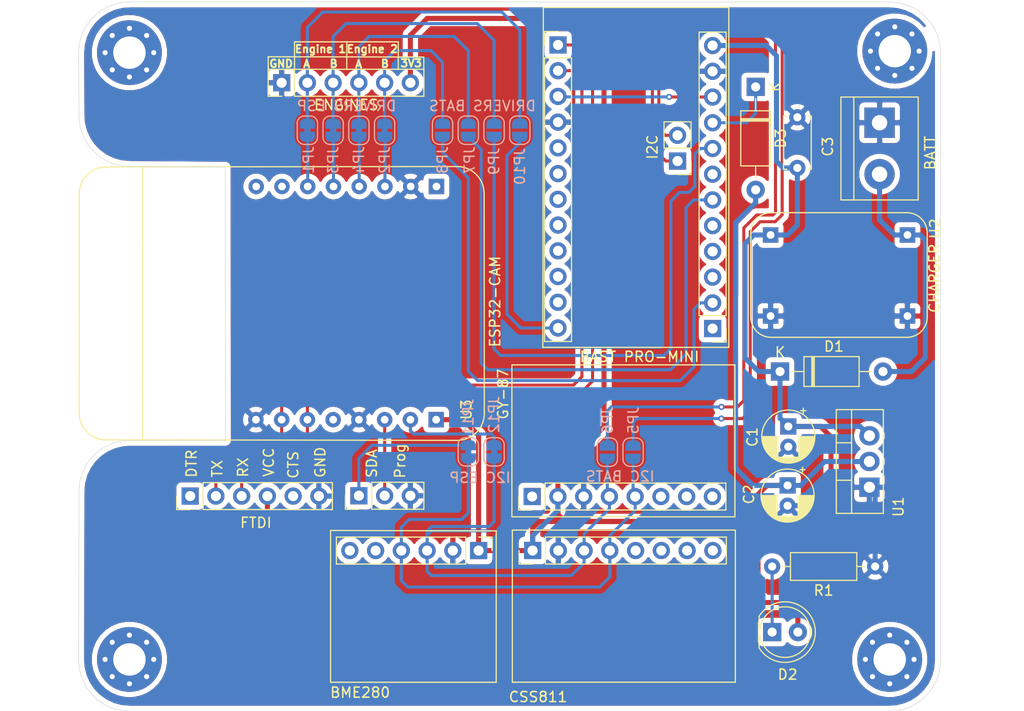
<source format=kicad_pcb>
(kicad_pcb (version 20171130) (host pcbnew "(5.1.0)-1")
  (layers (0 F.Cu signal) (31 B.Cu signal) (34 B.Paste user) (35 F.Paste user) (36 B.SilkS user) (37 F.SilkS user) (38 B.Mask user) (39 F.Mask user) (44 Edge.Cuts user))
  (net 0 "")
  (net 1 GND)
  (net 2 +3V3)
  (net 3 VCC)
  (net 4 "Net-(D2-Pad1)")
  (net 5 /BATT)
  (net 6 /SDA)
  (net 7 /SCL)
  (net 8 "Net-(J3-Pad8)")
  (net 9 /RESET)
  (net 10 /INTCSS)
  (net 11 /WAKE)
  (net 12 /GPIO12)
  (net 13 /GPIO4)
  (net 14 /GPIO15)
  (net 15 /GPIO14)
  (net 16 /CTS)
  (net 17 /RX)
  (net 18 /TX)
  (net 19 /DTR)
  (net 20 /GPIO0)
  (net 21 /GPIO13)
  (net 22 /5V)
  (net 23 /3.3V-5V)
  (net 24 /DRDY)
  (net 25 /INTA)
  (net 26 /FSYNC)
  (net 27 /VCC-IN)
  (net 28 /9)
  (net 29 /8)
  (net 30 /7)
  (net 31 /6)
  (net 32 /5)
  (net 33 /4)
  (net 34 /3)
  (net 35 /2)
  (net 36 /RST)
  (net 37 /SCLB)
  (net 38 /SDAB)
  (net 39 /A3)
  (net 40 /A2)
  (net 41 /A1)
  (net 42 /A0)
  (net 43 /13)
  (net 44 /12)
  (net 45 /11)
  (net 46 /10)
  (net 47 /GPIO14E)
  (net 48 /GPIO12E)
  (net 49 /GPIO15E)
  (net 50 /GPIO13E)
  (net 51 /SDAE)
  (net 52 /SCLE)
  (net 53 "Net-(J2-Pad6)")
  (net 54 "Net-(J2-Pad5)")
  (net 55 "Net-(D3-Pad1)")
  (net 56 /GPIO2)
  (module Connector_PinHeader_2.54mm:PinHeader_1x03_P2.54mm_Vertical (layer F.Cu) (at 127.635 108.839 90)
    (fp_text reference SDA (at 3.175 1.27 90) (layer F.SilkS))
    (fp_text value Prog (at 3.429 4.064 90) (layer F.SilkS))
    (pad 3 thru_hole oval (at 0 5.08 90) (size 1.7 1.7) (drill 1) (layers *.Cu *.Mask) (net 1 GND))
    (pad 2 thru_hole oval (at 0 2.54 90) (size 1.7 1.7) (drill 1) (layers *.Cu *.Mask) (net 20 /GPIO0))
    (pad 1 thru_hole rect (at 0 0 90) (size 1.7 1.7) (drill 1) (layers *.Cu *.Mask) (net 51 /SDAE))
  )
  (module Diode_THT:D_A-405_P10.16mm_Horizontal (layer F.Cu) (at 166.7764 68.4784 270)
    (fp_text reference D3 (at 5.08 -2.47 270) (layer F.SilkS))
    (fp_text value D_Schottky)
    (fp_text user K (at 0 -1.9 270) (layer F.SilkS))
    (pad 2 thru_hole oval (at 10.16 0 270) (size 1.8 1.8) (drill 0.9) (layers *.Cu *.Mask) (net 2 +3V3))
    (pad 1 thru_hole rect (at 0 0 270) (size 1.8 1.8) (drill 0.9) (layers *.Cu *.Mask) (net 55 "Net-(D3-Pad1)"))
  )
  (module Connector_PinHeader_2.54mm:PinHeader_1x06_P2.54mm_Vertical (layer F.Cu) (at 139.445 114.254 270)
    (fp_text reference J2)
    (fp_text value BME280 (at 14.016 11.683) (layer F.SilkS))
    (pad 6 thru_hole oval (at 0 12.7 270) (size 1.7 1.7) (drill 1) (layers *.Cu *.Mask) (net 53 "Net-(J2-Pad6)"))
    (pad 5 thru_hole oval (at 0 10.16 270) (size 1.7 1.7) (drill 1) (layers *.Cu *.Mask) (net 54 "Net-(J2-Pad5)"))
    (pad 4 thru_hole oval (at 0 7.62 270) (size 1.7 1.7) (drill 1) (layers *.Cu *.Mask) (net 6 /SDA))
    (pad 3 thru_hole oval (at 0 5.08 270) (size 1.7 1.7) (drill 1) (layers *.Cu *.Mask) (net 7 /SCL))
    (pad 2 thru_hole oval (at 0 2.54 270) (size 1.7 1.7) (drill 1) (layers *.Cu *.Mask) (net 1 GND))
    (pad 1 thru_hole rect (at 0 0 270) (size 1.7 1.7) (drill 1) (layers *.Cu *.Mask) (net 2 +3V3))
  )
  (module Jumper:SolderJumper-2_P1.3mm_Open_RoundedPad1.0x1.5mm (layer B.Cu) (at 143.51 72.756 90)
    (fp_text reference JP10 (at -3.571 0 90) (layer B.SilkS) (effects (justify mirror)))
    (fp_text value "Engine 2B")
    (pad 2 smd custom (at 0.65 0 90) (size 1 0.5) (layers B.Cu B.Mask) (net 15 /GPIO14) (options (clearance outline) (anchor rect)) (primitives (gr_circle (center 0 -0.25) (end 0.5 -0.25) (width 0)) (gr_circle (center 0 0.25) (end 0.5 0.25) (width 0)) (gr_poly (pts (xy 0 0.75) (xy -0.5 0.75) (xy -0.5 -0.75) (xy 0 -0.75)) (width 0))))
    (pad 1 smd custom (at -0.65 0 90) (size 1 0.5) (layers B.Cu B.Mask) (net 28 /9) (options (clearance outline) (anchor rect)) (primitives (gr_circle (center 0 -0.25) (end 0.5 -0.25) (width 0)) (gr_circle (center 0 0.25) (end 0.5 0.25) (width 0)) (gr_poly (pts (xy 0 0.75) (xy 0.5 0.75) (xy 0.5 -0.75) (xy 0 -0.75)) (width 0))))
  )
  (module Jumper:SolderJumper-2_P1.3mm_Open_RoundedPad1.0x1.5mm (layer B.Cu) (at 140.97 72.756 90)
    (fp_text reference JP9 (at -3.063 0 90) (layer B.SilkS) (effects (justify mirror)))
    (fp_text value "Engine 2A")
    (pad 2 smd custom (at 0.65 0 90) (size 1 0.5) (layers B.Cu B.Mask) (net 14 /GPIO15) (options (clearance outline) (anchor rect)) (primitives (gr_circle (center 0 -0.25) (end 0.5 -0.25) (width 0)) (gr_circle (center 0 0.25) (end 0.5 0.25) (width 0)) (gr_poly (pts (xy 0 0.75) (xy -0.5 0.75) (xy -0.5 -0.75) (xy 0 -0.75)) (width 0))))
    (pad 1 smd custom (at -0.65 0 90) (size 1 0.5) (layers B.Cu B.Mask) (net 39 /A3) (options (clearance outline) (anchor rect)) (primitives (gr_circle (center 0 -0.25) (end 0.5 -0.25) (width 0)) (gr_circle (center 0 0.25) (end 0.5 0.25) (width 0)) (gr_poly (pts (xy 0 0.75) (xy 0.5 0.75) (xy 0.5 -0.75) (xy 0 -0.75)) (width 0))))
  )
  (module Jumper:SolderJumper-2_P1.3mm_Open_RoundedPad1.0x1.5mm (layer B.Cu) (at 135.89 72.756 90)
    (fp_text reference JP8 (at -2.936 0 90) (layer B.SilkS) (effects (justify mirror)))
    (fp_text value "Engine 1B")
    (pad 2 smd custom (at 0.65 0 90) (size 1 0.5) (layers B.Cu B.Mask) (net 12 /GPIO12) (options (clearance outline) (anchor rect)) (primitives (gr_circle (center 0 -0.25) (end 0.5 -0.25) (width 0)) (gr_circle (center 0 0.25) (end 0.5 0.25) (width 0)) (gr_poly (pts (xy 0 0.75) (xy -0.5 0.75) (xy -0.5 -0.75) (xy 0 -0.75)) (width 0))))
    (pad 1 smd custom (at -0.65 0 90) (size 1 0.5) (layers B.Cu B.Mask) (net 45 /11) (options (clearance outline) (anchor rect)) (primitives (gr_circle (center 0 -0.25) (end 0.5 -0.25) (width 0)) (gr_circle (center 0 0.25) (end 0.5 0.25) (width 0)) (gr_poly (pts (xy 0 0.75) (xy 0.5 0.75) (xy 0.5 -0.75) (xy 0 -0.75)) (width 0))))
  )
  (module Jumper:SolderJumper-2_P1.3mm_Open_RoundedPad1.0x1.5mm (layer B.Cu) (at 138.43 72.756 90)
    (fp_text reference JP7 (at -2.936 0.127 90) (layer B.SilkS) (effects (justify mirror)))
    (fp_text value "Engine 1A")
    (pad 2 smd custom (at 0.65 0 90) (size 1 0.5) (layers B.Cu B.Mask) (net 21 /GPIO13) (options (clearance outline) (anchor rect)) (primitives (gr_circle (center 0 -0.25) (end 0.5 -0.25) (width 0)) (gr_circle (center 0 0.25) (end 0.5 0.25) (width 0)) (gr_poly (pts (xy 0 0.75) (xy -0.5 0.75) (xy -0.5 -0.75) (xy 0 -0.75)) (width 0))))
    (pad 1 smd custom (at -0.65 0 90) (size 1 0.5) (layers B.Cu B.Mask) (net 41 /A1) (options (clearance outline) (anchor rect)) (primitives (gr_circle (center 0 -0.25) (end 0.5 -0.25) (width 0)) (gr_circle (center 0 0.25) (end 0.5 0.25) (width 0)) (gr_poly (pts (xy 0 0.75) (xy 0.5 0.75) (xy 0.5 -0.75) (xy 0 -0.75)) (width 0))))
  )
  (module Jumper:SolderJumper-2_P1.3mm_Open_RoundedPad1.0x1.5mm (layer B.Cu) (at 152.146 104.536 270)
    (fp_text reference JP6 (at -3.15 -0.02 270) (layer B.SilkS) (effects (justify mirror)))
    (fp_text value SCL)
    (pad 2 smd custom (at 0.65 0 270) (size 1 0.5) (layers B.Cu B.Mask) (net 7 /SCL) (options (clearance outline) (anchor rect)) (primitives (gr_circle (center 0 -0.25) (end 0.5 -0.25) (width 0)) (gr_circle (center 0 0.25) (end 0.5 0.25) (width 0)) (gr_poly (pts (xy 0 0.75) (xy -0.5 0.75) (xy -0.5 -0.75) (xy 0 -0.75)) (width 0))))
    (pad 1 smd custom (at -0.65 0 270) (size 1 0.5) (layers B.Cu B.Mask) (net 37 /SCLB) (options (clearance outline) (anchor rect)) (primitives (gr_circle (center 0 -0.25) (end 0.5 -0.25) (width 0)) (gr_circle (center 0 0.25) (end 0.5 0.25) (width 0)) (gr_poly (pts (xy 0 0.75) (xy 0.5 0.75) (xy 0.5 -0.75) (xy 0 -0.75)) (width 0))))
  )
  (module Jumper:SolderJumper-2_P1.3mm_Open_RoundedPad1.0x1.5mm (layer B.Cu) (at 154.686 104.536 270)
    (fp_text reference JP5 (at -3.13 -0.03 270) (layer B.SilkS) (effects (justify mirror)))
    (fp_text value SDA)
    (pad 2 smd custom (at 0.65 0 270) (size 1 0.5) (layers B.Cu B.Mask) (net 6 /SDA) (options (clearance outline) (anchor rect)) (primitives (gr_circle (center 0 -0.25) (end 0.5 -0.25) (width 0)) (gr_circle (center 0 0.25) (end 0.5 0.25) (width 0)) (gr_poly (pts (xy 0 0.75) (xy -0.5 0.75) (xy -0.5 -0.75) (xy 0 -0.75)) (width 0))))
    (pad 1 smd custom (at -0.65 0 270) (size 1 0.5) (layers B.Cu B.Mask) (net 38 /SDAB) (options (clearance outline) (anchor rect)) (primitives (gr_circle (center 0 -0.25) (end 0.5 -0.25) (width 0)) (gr_circle (center 0 0.25) (end 0.5 0.25) (width 0)) (gr_poly (pts (xy 0 0.75) (xy 0.5 0.75) (xy 0.5 -0.75) (xy 0 -0.75)) (width 0))))
  )
  (module Jumper:SolderJumper-2_P1.3mm_Bridged_RoundedPad1.0x1.5mm (layer B.Cu) (at 140.97 104.506 270)
    (fp_text reference JP12 (at -3.668 0 270) (layer B.SilkS) (effects (justify mirror)))
    (fp_text value "SCL ESP")
    (fp_poly (pts (xy 0.25 0.3) (xy -0.25 0.3) (xy -0.25 -0.3) (xy 0.25 -0.3)) (layer B.Cu) (width 0))
    (pad 1 smd custom (at -0.65 0 270) (size 1 0.5) (layers B.Cu B.Mask) (net 52 /SCLE) (options (clearance outline) (anchor rect)) (primitives (gr_circle (center 0 -0.25) (end 0.5 -0.25) (width 0)) (gr_circle (center 0 0.25) (end 0.5 0.25) (width 0)) (gr_poly (pts (xy 0 0.75) (xy 0.5 0.75) (xy 0.5 -0.75) (xy 0 -0.75)) (width 0))))
    (pad 2 smd custom (at 0.65 0 270) (size 1 0.5) (layers B.Cu B.Mask) (net 7 /SCL) (options (clearance outline) (anchor rect)) (primitives (gr_circle (center 0 -0.25) (end 0.5 -0.25) (width 0)) (gr_circle (center 0 0.25) (end 0.5 0.25) (width 0)) (gr_poly (pts (xy 0 0.75) (xy -0.5 0.75) (xy -0.5 -0.75) (xy 0 -0.75)) (width 0))))
  )
  (module Jumper:SolderJumper-2_P1.3mm_Bridged_RoundedPad1.0x1.5mm (layer B.Cu) (at 138.43 104.506 270)
    (fp_text reference JP11 (at -3.414 0 270) (layer B.SilkS) (effects (justify mirror)))
    (fp_text value "SDE ESP")
    (fp_poly (pts (xy 0.25 0.3) (xy -0.25 0.3) (xy -0.25 -0.3) (xy 0.25 -0.3)) (layer B.Cu) (width 0))
    (pad 1 smd custom (at -0.65 0 270) (size 1 0.5) (layers B.Cu B.Mask) (net 51 /SDAE) (options (clearance outline) (anchor rect)) (primitives (gr_circle (center 0 -0.25) (end 0.5 -0.25) (width 0)) (gr_circle (center 0 0.25) (end 0.5 0.25) (width 0)) (gr_poly (pts (xy 0 0.75) (xy 0.5 0.75) (xy 0.5 -0.75) (xy 0 -0.75)) (width 0))))
    (pad 2 smd custom (at 0.65 0 270) (size 1 0.5) (layers B.Cu B.Mask) (net 6 /SDA) (options (clearance outline) (anchor rect)) (primitives (gr_circle (center 0 -0.25) (end 0.5 -0.25) (width 0)) (gr_circle (center 0 0.25) (end 0.5 0.25) (width 0)) (gr_poly (pts (xy 0 0.75) (xy -0.5 0.75) (xy -0.5 -0.75) (xy 0 -0.75)) (width 0))))
  )
  (module Jumper:SolderJumper-2_P1.3mm_Bridged_RoundedPad1.0x1.5mm (layer B.Cu) (at 127.635 72.771 90)
    (fp_text reference JP4 (at -2.921 0 90) (layer B.SilkS) (effects (justify mirror)))
    (fp_text value "Engine 1B")
    (fp_poly (pts (xy 0.25 0.3) (xy -0.25 0.3) (xy -0.25 -0.3) (xy 0.25 -0.3)) (layer B.Cu) (width 0))
    (pad 1 smd custom (at -0.65 0 90) (size 1 0.5) (layers B.Cu B.Mask) (net 50 /GPIO13E) (options (clearance outline) (anchor rect)) (primitives (gr_circle (center 0 -0.25) (end 0.5 -0.25) (width 0)) (gr_circle (center 0 0.25) (end 0.5 0.25) (width 0)) (gr_poly (pts (xy 0 0.75) (xy 0.5 0.75) (xy 0.5 -0.75) (xy 0 -0.75)) (width 0))))
    (pad 2 smd custom (at 0.65 0 90) (size 1 0.5) (layers B.Cu B.Mask) (net 21 /GPIO13) (options (clearance outline) (anchor rect)) (primitives (gr_circle (center 0 -0.25) (end 0.5 -0.25) (width 0)) (gr_circle (center 0 0.25) (end 0.5 0.25) (width 0)) (gr_poly (pts (xy 0 0.75) (xy -0.5 0.75) (xy -0.5 -0.75) (xy 0 -0.75)) (width 0))))
  )
  (module Jumper:SolderJumper-2_P1.3mm_Bridged_RoundedPad1.0x1.5mm (layer B.Cu) (at 125.095 72.756 90)
    (fp_text reference JP3 (at -2.936 0 90) (layer B.SilkS) (effects (justify mirror)))
    (fp_text value "Engine 2A")
    (fp_poly (pts (xy 0.25 0.3) (xy -0.25 0.3) (xy -0.25 -0.3) (xy 0.25 -0.3)) (layer B.Cu) (width 0))
    (pad 1 smd custom (at -0.65 0 90) (size 1 0.5) (layers B.Cu B.Mask) (net 49 /GPIO15E) (options (clearance outline) (anchor rect)) (primitives (gr_circle (center 0 -0.25) (end 0.5 -0.25) (width 0)) (gr_circle (center 0 0.25) (end 0.5 0.25) (width 0)) (gr_poly (pts (xy 0 0.75) (xy 0.5 0.75) (xy 0.5 -0.75) (xy 0 -0.75)) (width 0))))
    (pad 2 smd custom (at 0.65 0 90) (size 1 0.5) (layers B.Cu B.Mask) (net 14 /GPIO15) (options (clearance outline) (anchor rect)) (primitives (gr_circle (center 0 -0.25) (end 0.5 -0.25) (width 0)) (gr_circle (center 0 0.25) (end 0.5 0.25) (width 0)) (gr_poly (pts (xy 0 0.75) (xy -0.5 0.75) (xy -0.5 -0.75) (xy 0 -0.75)) (width 0))))
  )
  (module Jumper:SolderJumper-2_P1.3mm_Bridged_RoundedPad1.0x1.5mm (layer B.Cu) (at 130.175 72.771 90)
    (fp_text reference JP2 (at -2.921 0 90) (layer B.SilkS) (effects (justify mirror)))
    (fp_text value "Engine 1A")
    (fp_poly (pts (xy 0.25 0.3) (xy -0.25 0.3) (xy -0.25 -0.3) (xy 0.25 -0.3)) (layer B.Cu) (width 0))
    (pad 1 smd custom (at -0.65 0 90) (size 1 0.5) (layers B.Cu B.Mask) (net 48 /GPIO12E) (options (clearance outline) (anchor rect)) (primitives (gr_circle (center 0 -0.25) (end 0.5 -0.25) (width 0)) (gr_circle (center 0 0.25) (end 0.5 0.25) (width 0)) (gr_poly (pts (xy 0 0.75) (xy 0.5 0.75) (xy 0.5 -0.75) (xy 0 -0.75)) (width 0))))
    (pad 2 smd custom (at 0.65 0 90) (size 1 0.5) (layers B.Cu B.Mask) (net 12 /GPIO12) (options (clearance outline) (anchor rect)) (primitives (gr_circle (center 0 -0.25) (end 0.5 -0.25) (width 0)) (gr_circle (center 0 0.25) (end 0.5 0.25) (width 0)) (gr_poly (pts (xy 0 0.75) (xy -0.5 0.75) (xy -0.5 -0.75) (xy 0 -0.75)) (width 0))))
  )
  (module Jumper:SolderJumper-2_P1.3mm_Bridged_RoundedPad1.0x1.5mm (layer B.Cu) (at 122.555 72.756 90)
    (fp_text reference JP1 (at -2.936 0.127 90) (layer B.SilkS) (effects (justify mirror)))
    (fp_text value "Engine 2B")
    (fp_poly (pts (xy 0.25 0.3) (xy -0.25 0.3) (xy -0.25 -0.3) (xy 0.25 -0.3)) (layer B.Cu) (width 0))
    (pad 1 smd custom (at -0.65 0 90) (size 1 0.5) (layers B.Cu B.Mask) (net 47 /GPIO14E) (options (clearance outline) (anchor rect)) (primitives (gr_circle (center 0 -0.25) (end 0.5 -0.25) (width 0)) (gr_circle (center 0 0.25) (end 0.5 0.25) (width 0)) (gr_poly (pts (xy 0 0.75) (xy 0.5 0.75) (xy 0.5 -0.75) (xy 0 -0.75)) (width 0))))
    (pad 2 smd custom (at 0.65 0 90) (size 1 0.5) (layers B.Cu B.Mask) (net 15 /GPIO14) (options (clearance outline) (anchor rect)) (primitives (gr_circle (center 0 -0.25) (end 0.5 -0.25) (width 0)) (gr_circle (center 0 0.25) (end 0.5 0.25) (width 0)) (gr_poly (pts (xy 0 0.75) (xy -0.5 0.75) (xy -0.5 -0.75) (xy 0 -0.75)) (width 0))))
  )
  (module Connector_PinHeader_2.54mm:PinHeader_1x12_P2.54mm_Vertical (layer F.Cu) (at 162.53 92.34 180)
    (fp_text reference J10)
    (fp_text value Analog)
    (pad 12 thru_hole oval (at 0 27.94 180) (size 1.7 1.7) (drill 1) (layers *.Cu *.Mask) (net 3 VCC))
    (pad 11 thru_hole oval (at 0 25.4 180) (size 1.7 1.7) (drill 1) (layers *.Cu *.Mask) (net 1 GND))
    (pad 10 thru_hole oval (at 0 22.86 180) (size 1.7 1.7) (drill 1) (layers *.Cu *.Mask) (net 36 /RST))
    (pad 9 thru_hole oval (at 0 20.32 180) (size 1.7 1.7) (drill 1) (layers *.Cu *.Mask) (net 55 "Net-(D3-Pad1)"))
    (pad 8 thru_hole oval (at 0 17.78 180) (size 1.7 1.7) (drill 1) (layers *.Cu *.Mask) (net 39 /A3))
    (pad 7 thru_hole oval (at 0 15.24 180) (size 1.7 1.7) (drill 1) (layers *.Cu *.Mask) (net 40 /A2))
    (pad 6 thru_hole oval (at 0 12.7 180) (size 1.7 1.7) (drill 1) (layers *.Cu *.Mask) (net 41 /A1))
    (pad 5 thru_hole oval (at 0 10.16 180) (size 1.7 1.7) (drill 1) (layers *.Cu *.Mask) (net 42 /A0))
    (pad 4 thru_hole oval (at 0 7.62 180) (size 1.7 1.7) (drill 1) (layers *.Cu *.Mask) (net 43 /13))
    (pad 3 thru_hole oval (at 0 5.08 180) (size 1.7 1.7) (drill 1) (layers *.Cu *.Mask) (net 44 /12))
    (pad 2 thru_hole oval (at 0 2.54 180) (size 1.7 1.7) (drill 1) (layers *.Cu *.Mask) (net 45 /11))
    (pad 1 thru_hole rect (at 0 0 180) (size 1.7 1.7) (drill 1) (layers *.Cu *.Mask) (net 46 /10))
  )
  (module Connector_PinHeader_2.54mm:PinHeader_1x02_P2.54mm_Vertical (layer F.Cu) (at 159.07 75.8 180)
    (fp_text reference I2C (at 2.479 1.378 270) (layer F.SilkS))
    (fp_text value i2c)
    (pad 2 thru_hole oval (at 0 2.54 180) (size 1.7 1.7) (drill 1) (layers *.Cu *.Mask) (net 37 /SCLB))
    (pad 1 thru_hole rect (at 0 0 180) (size 1.7 1.7) (drill 1) (layers *.Cu *.Mask) (net 38 /SDAB))
  )
  (module Connector_PinHeader_2.54mm:PinHeader_1x12_P2.54mm_Vertical (layer F.Cu) (at 147.28 64.34)
    (fp_text reference J8)
    (fp_text value Digital)
    (pad 12 thru_hole oval (at 0 27.94) (size 1.7 1.7) (drill 1) (layers *.Cu *.Mask) (net 28 /9))
    (pad 11 thru_hole oval (at 0 25.4) (size 1.7 1.7) (drill 1) (layers *.Cu *.Mask) (net 29 /8))
    (pad 10 thru_hole oval (at 0 22.86) (size 1.7 1.7) (drill 1) (layers *.Cu *.Mask) (net 30 /7))
    (pad 9 thru_hole oval (at 0 20.32) (size 1.7 1.7) (drill 1) (layers *.Cu *.Mask) (net 31 /6))
    (pad 8 thru_hole oval (at 0 17.78) (size 1.7 1.7) (drill 1) (layers *.Cu *.Mask) (net 32 /5))
    (pad 7 thru_hole oval (at 0 15.24) (size 1.7 1.7) (drill 1) (layers *.Cu *.Mask) (net 33 /4))
    (pad 6 thru_hole oval (at 0 12.7) (size 1.7 1.7) (drill 1) (layers *.Cu *.Mask) (net 34 /3))
    (pad 5 thru_hole oval (at 0 10.16) (size 1.7 1.7) (drill 1) (layers *.Cu *.Mask) (net 35 /2))
    (pad 4 thru_hole oval (at 0 7.62) (size 1.7 1.7) (drill 1) (layers *.Cu *.Mask) (net 1 GND))
    (pad 3 thru_hole oval (at 0 5.08) (size 1.7 1.7) (drill 1) (layers *.Cu *.Mask) (net 36 /RST))
    (pad 2 thru_hole oval (at 0 2.54) (size 1.7 1.7) (drill 1) (layers *.Cu *.Mask) (net 18 /TX))
    (pad 1 thru_hole rect (at 0 0) (size 1.7 1.7) (drill 1) (layers *.Cu *.Mask) (net 17 /RX))
  )
  (module Connector_PinHeader_2.54mm:PinHeader_1x08_P2.54mm_Vertical (layer F.Cu) (at 144.73 108.92 90)
    (fp_text reference J5)
    (fp_text value GY-87 (at 10.114 -2.871 90) (layer F.SilkS))
    (pad 8 thru_hole oval (at 0 17.78 90) (size 1.7 1.7) (drill 1) (layers *.Cu *.Mask) (net 24 /DRDY))
    (pad 7 thru_hole oval (at 0 15.24 90) (size 1.7 1.7) (drill 1) (layers *.Cu *.Mask) (net 25 /INTA))
    (pad 6 thru_hole oval (at 0 12.7 90) (size 1.7 1.7) (drill 1) (layers *.Cu *.Mask) (net 26 /FSYNC))
    (pad 5 thru_hole oval (at 0 10.16 90) (size 1.7 1.7) (drill 1) (layers *.Cu *.Mask) (net 6 /SDA))
    (pad 4 thru_hole oval (at 0 7.62 90) (size 1.7 1.7) (drill 1) (layers *.Cu *.Mask) (net 7 /SCL))
    (pad 3 thru_hole oval (at 0 5.08 90) (size 1.7 1.7) (drill 1) (layers *.Cu *.Mask) (net 1 GND))
    (pad 2 thru_hole oval (at 0 2.54 90) (size 1.7 1.7) (drill 1) (layers *.Cu *.Mask) (net 2 +3V3))
    (pad 1 thru_hole rect (at 0 0 90) (size 1.7 1.7) (drill 1) (layers *.Cu *.Mask) (net 27 /VCC-IN))
  )
  (module MountingHole:MountingHole_3.2mm_M3_Pad_Via (layer F.Cu) (at 105 125)
    (fp_text reference REF**)
    (fp_text value MountingHole_3.2mm_M3_Pad_Via)
    (pad 1 thru_hole circle (at 0 0) (size 6.4 6.4) (drill 3.2) (layers *.Cu *.Mask))
    (pad 1 thru_hole circle (at 2.4 0) (size 0.8 0.8) (drill 0.5) (layers *.Cu *.Mask))
    (pad 1 thru_hole circle (at 1.697056 1.697056) (size 0.8 0.8) (drill 0.5) (layers *.Cu *.Mask))
    (pad 1 thru_hole circle (at 0 2.4) (size 0.8 0.8) (drill 0.5) (layers *.Cu *.Mask))
    (pad 1 thru_hole circle (at -1.697056 1.697056) (size 0.8 0.8) (drill 0.5) (layers *.Cu *.Mask))
    (pad 1 thru_hole circle (at -2.4 0) (size 0.8 0.8) (drill 0.5) (layers *.Cu *.Mask))
    (pad 1 thru_hole circle (at -1.697056 -1.697056) (size 0.8 0.8) (drill 0.5) (layers *.Cu *.Mask))
    (pad 1 thru_hole circle (at 0 -2.4) (size 0.8 0.8) (drill 0.5) (layers *.Cu *.Mask))
    (pad 1 thru_hole circle (at 1.697056 -1.697056) (size 0.8 0.8) (drill 0.5) (layers *.Cu *.Mask))
  )
  (module MountingHole:MountingHole_3.2mm_M3_Pad_Via (layer F.Cu) (at 105 65.1)
    (fp_text reference REF**)
    (fp_text value MountingHole_3.2mm_M3_Pad_Via)
    (pad 1 thru_hole circle (at 1.697056 -1.697056) (size 0.8 0.8) (drill 0.5) (layers *.Cu *.Mask))
    (pad 1 thru_hole circle (at 0 -2.4) (size 0.8 0.8) (drill 0.5) (layers *.Cu *.Mask))
    (pad 1 thru_hole circle (at -1.697056 -1.697056) (size 0.8 0.8) (drill 0.5) (layers *.Cu *.Mask))
    (pad 1 thru_hole circle (at -2.4 0) (size 0.8 0.8) (drill 0.5) (layers *.Cu *.Mask))
    (pad 1 thru_hole circle (at -1.697056 1.697056) (size 0.8 0.8) (drill 0.5) (layers *.Cu *.Mask))
    (pad 1 thru_hole circle (at 0 2.4) (size 0.8 0.8) (drill 0.5) (layers *.Cu *.Mask))
    (pad 1 thru_hole circle (at 1.697056 1.697056) (size 0.8 0.8) (drill 0.5) (layers *.Cu *.Mask))
    (pad 1 thru_hole circle (at 2.4 0) (size 0.8 0.8) (drill 0.5) (layers *.Cu *.Mask))
    (pad 1 thru_hole circle (at 0 0) (size 6.4 6.4) (drill 3.2) (layers *.Cu *.Mask))
  )
  (module MountingHole:MountingHole_3.2mm_M3_Pad_Via (layer F.Cu) (at 180.5 64.95)
    (fp_text reference REF**)
    (fp_text value MountingHole_3.2mm_M3_Pad_Via)
    (pad 1 thru_hole circle (at 0 0) (size 6.4 6.4) (drill 3.2) (layers *.Cu *.Mask))
    (pad 1 thru_hole circle (at 2.4 0) (size 0.8 0.8) (drill 0.5) (layers *.Cu *.Mask))
    (pad 1 thru_hole circle (at 1.697056 1.697056) (size 0.8 0.8) (drill 0.5) (layers *.Cu *.Mask))
    (pad 1 thru_hole circle (at 0 2.4) (size 0.8 0.8) (drill 0.5) (layers *.Cu *.Mask))
    (pad 1 thru_hole circle (at -1.697056 1.697056) (size 0.8 0.8) (drill 0.5) (layers *.Cu *.Mask))
    (pad 1 thru_hole circle (at -2.4 0) (size 0.8 0.8) (drill 0.5) (layers *.Cu *.Mask))
    (pad 1 thru_hole circle (at -1.697056 -1.697056) (size 0.8 0.8) (drill 0.5) (layers *.Cu *.Mask))
    (pad 1 thru_hole circle (at 0 -2.4) (size 0.8 0.8) (drill 0.5) (layers *.Cu *.Mask))
    (pad 1 thru_hole circle (at 1.697056 -1.697056) (size 0.8 0.8) (drill 0.5) (layers *.Cu *.Mask))
  )
  (module MountingHole:MountingHole_3.2mm_M3_Pad_Via (layer F.Cu) (at 180 125)
    (fp_text reference REF**)
    (fp_text value MountingHole_3.2mm_M3_Pad_Via)
    (pad 1 thru_hole circle (at 1.697056 -1.697056) (size 0.8 0.8) (drill 0.5) (layers *.Cu *.Mask))
    (pad 1 thru_hole circle (at 0 -2.4) (size 0.8 0.8) (drill 0.5) (layers *.Cu *.Mask))
    (pad 1 thru_hole circle (at -1.697056 -1.697056) (size 0.8 0.8) (drill 0.5) (layers *.Cu *.Mask))
    (pad 1 thru_hole circle (at -2.4 0) (size 0.8 0.8) (drill 0.5) (layers *.Cu *.Mask))
    (pad 1 thru_hole circle (at -1.697056 1.697056) (size 0.8 0.8) (drill 0.5) (layers *.Cu *.Mask))
    (pad 1 thru_hole circle (at 0 2.4) (size 0.8 0.8) (drill 0.5) (layers *.Cu *.Mask))
    (pad 1 thru_hole circle (at 1.697056 1.697056) (size 0.8 0.8) (drill 0.5) (layers *.Cu *.Mask))
    (pad 1 thru_hole circle (at 2.4 0) (size 0.8 0.8) (drill 0.5) (layers *.Cu *.Mask))
    (pad 1 thru_hole circle (at 0 0) (size 6.4 6.4) (drill 3.2) (layers *.Cu *.Mask))
  )
  (module Diode_THT:D_A-405_P10.16mm_Horizontal (layer F.Cu) (at 169.18 96.58)
    (fp_text reference D1 (at 5.318 -2.473 180) (layer F.SilkS))
    (fp_text value D_Schottky)
    (fp_text user K (at 0 -1.9) (layer F.SilkS))
    (pad 2 thru_hole oval (at 10.16 0) (size 1.8 1.8) (drill 0.9) (layers *.Cu *.Mask) (net 5 /BATT))
    (pad 1 thru_hole rect (at 0 0) (size 1.8 1.8) (drill 0.9) (layers *.Cu *.Mask) (net 3 VCC))
  )
  (module Rf:ESP32-CAM (layer F.Cu) (at 124.738 89.842 90)
    (fp_text reference U3 (at -10.5 13.5 90) (layer F.SilkS))
    (fp_text value ESP32-CAM (at 0.17 16.33 90) (layer F.SilkS))
    (pad 16 thru_hole circle (at 11.53 -7.23 90) (size 1.524 1.524) (drill 0.762) (layers *.Cu *.Mask) (net 13 /GPIO4))
    (pad 15 thru_hole circle (at 11.53 -4.69 90) (size 1.524 1.524) (drill 0.762) (layers *.Cu *.Mask) (net 56 /GPIO2))
    (pad 14 thru_hole circle (at 11.53 -2.15 90) (size 1.524 1.524) (drill 0.762) (layers *.Cu *.Mask) (net 47 /GPIO14E))
    (pad 13 thru_hole circle (at 11.53 0.39 90) (size 1.524 1.524) (drill 0.762) (layers *.Cu *.Mask) (net 49 /GPIO15E))
    (pad 12 thru_hole circle (at 11.53 2.93 90) (size 1.524 1.524) (drill 0.762) (layers *.Cu *.Mask) (net 50 /GPIO13E))
    (pad 11 thru_hole circle (at 11.53 5.47 90) (size 1.524 1.524) (drill 0.762) (layers *.Cu *.Mask) (net 48 /GPIO12E))
    (pad 10 thru_hole circle (at 11.53 8.01 90) (size 1.524 1.524) (drill 0.762) (layers *.Cu *.Mask) (net 1 GND))
    (pad 9 thru_hole rect (at 11.53 10.55 90) (size 1.524 1.524) (drill 0.762) (layers *.Cu *.Mask) (net 22 /5V))
    (pad 8 thru_hole rect (at -11.49 10.52 90) (size 1.524 1.524) (drill 0.762) (layers *.Cu *.Mask) (net 2 +3V3))
    (pad 7 thru_hole circle (at -11.49 7.98 90) (size 1.524 1.524) (drill 0.762) (layers *.Cu *.Mask) (net 52 /SCLE))
    (pad 6 thru_hole circle (at -11.49 5.44 90) (size 1.524 1.524) (drill 0.762) (layers *.Cu *.Mask) (net 20 /GPIO0))
    (pad 5 thru_hole circle (at -11.49 2.9 90) (size 1.524 1.524) (drill 0.762) (layers *.Cu *.Mask) (net 1 GND))
    (pad 4 thru_hole circle (at -11.49 0.36 90) (size 1.524 1.524) (drill 0.762) (layers *.Cu *.Mask) (net 23 /3.3V-5V))
    (pad 3 thru_hole circle (at -11.49 -2.18 90) (size 1.524 1.524) (drill 0.762) (layers *.Cu *.Mask) (net 17 /RX))
    (pad 2 thru_hole circle (at -11.49 -4.72 90) (size 1.524 1.524) (drill 0.762) (layers *.Cu *.Mask) (net 18 /TX))
    (pad 1 thru_hole circle (at -11.49 -7.26 90) (size 1.524 1.524) (drill 0.762) (layers *.Cu *.Mask) (net 1 GND))
  )
  (module Batteries:charger_EC_3.3V_battery (layer F.Cu) (at 175 87.1 90)
    (fp_text reference U2 (at 4.6262 9.4802 90) (layer F.SilkS))
    (fp_text value MCP732831CHARGER)
    (pad 3 thru_hole rect (at 4 6.75 90) (size 1.524 1.524) (drill 0.762) (layers *.Cu *.Mask) (net 5 /BATT))
    (pad 4 thru_hole rect (at -4 6.75 90) (size 1.524 1.524) (drill 0.762) (layers *.Cu *.Mask) (net 1 GND))
    (pad 1 thru_hole rect (at 4 -6.75 90) (size 1.524 1.524) (drill 0.762) (layers *.Cu *.Mask) (net 3 VCC))
    (pad 2 thru_hole rect (at -4 -6.75 90) (size 1.524 1.524) (drill 0.762) (layers *.Cu *.Mask) (net 1 GND))
  )
  (module Package_TO_SOT_THT:TO-220-3_Vertical (layer F.Cu) (at 178 108 90)
    (fp_text reference U1 (at -1.93 2.86 90) (layer F.SilkS))
    (fp_text value LD1117A33)
    (pad 3 thru_hole oval (at 5.08 0 90) (size 1.905 2) (drill 1.1) (layers *.Cu *.Mask) (net 3 VCC))
    (pad 2 thru_hole oval (at 2.54 0 90) (size 1.905 2) (drill 1.1) (layers *.Cu *.Mask) (net 2 +3V3))
    (pad 1 thru_hole rect (at 0 0 90) (size 1.905 2) (drill 1.1) (layers *.Cu *.Mask) (net 1 GND))
  )
  (module Resistor_THT:R_Axial_DIN0207_L6.3mm_D2.5mm_P10.16mm_Horizontal (layer F.Cu) (at 178.562 115.824 180)
    (fp_text reference R1 (at 5.08 -2.37 180) (layer F.SilkS))
    (fp_text value 330)
    (pad 2 thru_hole oval (at 10.16 0 180) (size 1.6 1.6) (drill 0.8) (layers *.Cu *.Mask) (net 4 "Net-(D2-Pad1)"))
    (pad 1 thru_hole circle (at 0 0 180) (size 1.6 1.6) (drill 0.8) (layers *.Cu *.Mask) (net 1 GND))
  )
  (module Connector_PinHeader_2.54mm:PinHeader_1x06_P2.54mm_Vertical (layer F.Cu) (at 110.99 108.876 90)
    (fp_text reference J7)
    (fp_text value FTDI (at -2.63 6.485 180) (layer F.SilkS))
    (pad 6 thru_hole oval (at 0 12.7 90) (size 1.7 1.7) (drill 1) (layers *.Cu *.Mask) (net 1 GND))
    (pad 5 thru_hole oval (at 0 10.16 90) (size 1.7 1.7) (drill 1) (layers *.Cu *.Mask) (net 16 /CTS))
    (pad 4 thru_hole oval (at 0 7.62 90) (size 1.7 1.7) (drill 1) (layers *.Cu *.Mask) (net 3 VCC))
    (pad 3 thru_hole oval (at 0 5.08 90) (size 1.7 1.7) (drill 1) (layers *.Cu *.Mask) (net 17 /RX))
    (pad 2 thru_hole oval (at 0 2.54 90) (size 1.7 1.7) (drill 1) (layers *.Cu *.Mask) (net 18 /TX))
    (pad 1 thru_hole rect (at 0 0 90) (size 1.7 1.7) (drill 1) (layers *.Cu *.Mask) (net 19 /DTR))
  )
  (module Connector_PinHeader_2.54mm:PinHeader_1x06_P2.54mm_Vertical (layer F.Cu) (at 120.015 68.072 90)
    (fp_text reference J4)
    (fp_text value DRIVERS)
    (pad 6 thru_hole oval (at 0 12.7 90) (size 1.7 1.7) (drill 1) (layers *.Cu *.Mask) (net 2 +3V3))
    (pad 5 thru_hole oval (at 0 10.16 90) (size 1.7 1.7) (drill 1) (layers *.Cu *.Mask) (net 12 /GPIO12))
    (pad 4 thru_hole oval (at 0 7.62 90) (size 1.7 1.7) (drill 1) (layers *.Cu *.Mask) (net 21 /GPIO13))
    (pad 3 thru_hole oval (at 0 5.08 90) (size 1.7 1.7) (drill 1) (layers *.Cu *.Mask) (net 14 /GPIO15))
    (pad 2 thru_hole oval (at 0 2.54 90) (size 1.7 1.7) (drill 1) (layers *.Cu *.Mask) (net 15 /GPIO14))
    (pad 1 thru_hole rect (at 0 0 90) (size 1.7 1.7) (drill 1) (layers *.Cu *.Mask) (net 1 GND))
  )
  (module Connector_PinHeader_2.54mm:PinHeader_1x08_P2.54mm_Vertical (layer F.Cu) (at 144.773 114.25 90)
    (fp_text reference J3)
    (fp_text value CSS811 (at -14.454 0.54) (layer F.SilkS))
    (pad 8 thru_hole oval (at 0 17.78 90) (size 1.7 1.7) (drill 1) (layers *.Cu *.Mask) (net 8 "Net-(J3-Pad8)"))
    (pad 7 thru_hole oval (at 0 15.24 90) (size 1.7 1.7) (drill 1) (layers *.Cu *.Mask) (net 9 /RESET))
    (pad 6 thru_hole oval (at 0 12.7 90) (size 1.7 1.7) (drill 1) (layers *.Cu *.Mask) (net 10 /INTCSS))
    (pad 5 thru_hole oval (at 0 10.16 90) (size 1.7 1.7) (drill 1) (layers *.Cu *.Mask) (net 11 /WAKE))
    (pad 4 thru_hole oval (at 0 7.62 90) (size 1.7 1.7) (drill 1) (layers *.Cu *.Mask) (net 6 /SDA))
    (pad 3 thru_hole oval (at 0 5.08 90) (size 1.7 1.7) (drill 1) (layers *.Cu *.Mask) (net 7 /SCL))
    (pad 2 thru_hole oval (at 0 2.54 90) (size 1.7 1.7) (drill 1) (layers *.Cu *.Mask) (net 1 GND))
    (pad 1 thru_hole rect (at 0 0 90) (size 1.7 1.7) (drill 1) (layers *.Cu *.Mask) (net 2 +3V3))
  )
  (module TerminalBlock:TerminalBlock_bornier-2_P5.08mm (layer F.Cu) (at 179 72.02 270)
    (fp_text reference J1)
    (fp_text value BATT (at 2.98 -5 270) (layer F.SilkS))
    (pad 2 thru_hole circle (at 5.08 0 270) (size 3 3) (drill 1.52) (layers *.Cu *.Mask) (net 5 /BATT))
    (pad 1 thru_hole rect (at 0 0 270) (size 3 3) (drill 1.52) (layers *.Cu *.Mask) (net 1 GND))
  )
  (module LED_THT:LED_D5.0mm (layer F.Cu) (at 168.402 122.301)
    (fp_text reference D2 (at 1.524 4.191) (layer F.SilkS))
    (fp_text value ON)
    (pad 2 thru_hole circle (at 2.54 0) (size 1.8 1.8) (drill 0.9) (layers *.Cu *.Mask) (net 2 +3V3))
    (pad 1 thru_hole rect (at 0 0) (size 1.8 1.8) (drill 0.9) (layers *.Cu *.Mask) (net 4 "Net-(D2-Pad1)"))
  )
  (module Capacitor_THT:C_Disc_D5.0mm_W2.5mm_P5.00mm (layer F.Cu) (at 170.8912 76.4794 90)
    (fp_text reference C3 (at 2.1 3 270) (layer F.SilkS))
    (fp_text value 0.1uf)
    (pad 2 thru_hole circle (at 5 0 90) (size 1.6 1.6) (drill 0.8) (layers *.Cu *.Mask) (net 1 GND))
    (pad 1 thru_hole circle (at 0 0 90) (size 1.6 1.6) (drill 0.8) (layers *.Cu *.Mask) (net 3 VCC))
  )
  (module Capacitor_THT:CP_Radial_D5.0mm_P2.00mm (layer F.Cu) (at 169.926 107.823 270)
    (fp_text reference C2 (at 0.88 3.81 270) (layer F.SilkS))
    (fp_text value 10uf)
    (pad 2 thru_hole circle (at 2 0 270) (size 1.6 1.6) (drill 0.8) (layers *.Cu *.Mask) (net 1 GND))
    (pad 1 thru_hole rect (at 0 0 270) (size 1.6 1.6) (drill 0.8) (layers *.Cu *.Mask) (net 2 +3V3))
  )
  (module Capacitor_THT:CP_Radial_D5.0mm_P2.00mm (layer F.Cu) (at 170 102 270)
    (fp_text reference C1 (at 1.04 3.55 270) (layer F.SilkS))
    (fp_text value 10uf)
    (pad 2 thru_hole circle (at 2 0 270) (size 1.6 1.6) (drill 0.8) (layers *.Cu *.Mask) (net 1 GND))
    (pad 1 thru_hole rect (at 0 0 270) (size 1.6 1.6) (drill 0.8) (layers *.Cu *.Mask) (net 3 VCC))
  )
  (gr_text ENGINES (at 126.3904 70.2564) (layer F.SilkS) (effects (font (size 1 1))))
  (gr_text "DRIVERS ESP\n" (at 126.4158 70.358) (layer B.SilkS) (effects (font (size 1 1)) (justify mirror)))
  (gr_text GND (at 119.9642 66.1924) (layer F.SilkS) (effects (font (size 0.75 0.75) (thickness 0.18))))
  (gr_text B (at 130.2004 66.1924) (layer F.SilkS) (effects (font (size 0.75 0.75) (thickness 0.18))))
  (gr_text A (at 127.6096 66.2432) (layer F.SilkS) (effects (font (size 0.75 0.75) (thickness 0.18))))
  (gr_text B (at 125.1458 66.1924) (layer F.SilkS) (effects (font (size 0.75 0.75) (thickness 0.18))))
  (gr_text A (at 122.4788 66.2178) (layer F.SilkS) (effects (font (size 0.75 0.75) (thickness 0.18))))
  (gr_text "Engine 2" (at 128.9558 64.7446) (layer F.SilkS) (effects (font (size 0.75 0.75) (thickness 0.18))))
  (gr_text "Engine 1" (at 123.8504 64.7446) (layer F.SilkS) (effects (font (size 0.75 0.75) (thickness 0.18))))
  (gr_line (start 126.4412 65.532) (end 126.4412 64.0334) (layer F.SilkS) (width 0.12))
  (gr_line (start 131.5212 64.0334) (end 131.5212 65.5828) (layer F.SilkS) (width 0.12))
  (gr_line (start 121.3104 64.0334) (end 131.5212 64.0334) (layer F.SilkS) (width 0.12))
  (gr_line (start 121.285 65.532) (end 121.285 64.0334) (layer F.SilkS) (width 0.12))
  (gr_text 3V3 (at 132.7912 66.1416) (layer F.SilkS) (effects (font (size 0.75 0.75) (thickness 0.1875))))
  (gr_line (start 121.285 66.742) (end 118.6942 66.7512) (layer F.SilkS) (width 0.12))
  (gr_line (start 131.5212 66.7512) (end 131.5212 65.532) (layer F.SilkS) (width 0.12))
  (gr_line (start 126.4412 66.7512) (end 126.4412 65.532) (layer F.SilkS) (width 0.12))
  (gr_line (start 121.285 66.742) (end 121.285 65.532) (layer F.SilkS) (width 0.12))
  (gr_line (start 134.0358 65.532) (end 134.0358 66.7258) (layer F.SilkS) (width 0.12))
  (gr_line (start 118.6942 65.5066) (end 134.0358 65.532) (layer F.SilkS) (width 0.12))
  (gr_line (start 118.6942 66.548) (end 118.6942 65.5066) (layer F.SilkS) (width 0.12))
  (gr_line (start 118.685 68.072) (end 118.6942 66.548) (layer F.SilkS) (width 0.12))
  (gr_text CHARGER (at 184.404 87.376 90) (layer F.SilkS) (effects (font (size 1 1))))
  (gr_text "BAST PRO-MINI" (at 155.321 95.123) (layer F.SilkS) (effects (font (size 1 1))))
  (gr_text DTR (at 111.125 105.664 90) (layer F.SilkS) (effects (font (size 1 1))))
  (gr_text TX (at 113.665 106.172 90) (layer F.SilkS) (effects (font (size 1 1))))
  (gr_text RX (at 116.205 106.045 90) (layer F.SilkS) (effects (font (size 1 1))))
  (gr_text VCC (at 118.745 105.537 90) (layer F.SilkS) (effects (font (size 1 1))))
  (gr_text CTS (at 121.158 105.791 90) (layer F.SilkS) (effects (font (size 1 1))))
  (gr_text GND (at 123.825 105.537 90) (layer F.SilkS) (effects (font (size 1 1))))
  (gr_arc (start 105.029 108.378) (end 105.029 103.378) (angle -90) (layer Edge.Cuts) (width 0.05))
  (gr_arc (start 105.029 71.327) (end 100.029 71.327) (angle -90) (layer Edge.Cuts) (width 0.05))
  (gr_text "I2C BATS" (at 153.416 106.934) (layer B.SilkS) (effects (font (size 1 1)) (justify mirror)))
  (gr_text "I2C ESP" (at 139.573 107.061) (layer B.SilkS) (effects (font (size 1 1)) (justify mirror)))
  (gr_text "DRIVERS BATS" (at 139.827 70.358) (layer B.SilkS) (effects (font (size 1 1)) (justify mirror)))
  (gr_line (start 114.48 103.368) (end 105.029 103.378) (layer Edge.Cuts) (width 0.05))
  (gr_line (start 114.45 76.4) (end 114.48 103.368) (layer Edge.Cuts) (width 0.05))
  (gr_line (start 105.029 76.327) (end 114.45 76.4) (layer Edge.Cuts) (width 0.05))
  (gr_line (start 100.029 71.327) (end 100 65.1) (layer Edge.Cuts) (width 0.05))
  (gr_line (start 164.73 95.92) (end 142.73 95.92) (layer F.SilkS) (width 0.12))
  (gr_line (start 164.73 110.92) (end 164.73 95.92) (layer F.SilkS) (width 0.12))
  (gr_line (start 142.73 95.92) (end 142.73 110.92) (layer F.SilkS) (width 0.12))
  (gr_line (start 164.73 110.92) (end 142.73 110.92) (layer F.SilkS) (width 0.12))
  (gr_line (start 164.13 60.64) (end 145.83 60.64) (layer F.SilkS) (width 0.12))
  (gr_line (start 164.13 94.19) (end 164.13 60.64) (layer F.SilkS) (width 0.12))
  (gr_line (start 145.78 94.19) (end 164.13 94.19) (layer F.SilkS) (width 0.12))
  (gr_line (start 145.83 60.64) (end 145.78 94.19) (layer F.SilkS) (width 0.12))
  (gr_arc (start 105 125.1) (end 100 125.1) (angle -90) (layer Edge.Cuts) (width 0.05))
  (gr_arc (start 105 65.1) (end 105 60.1) (angle -90) (layer Edge.Cuts) (width 0.05))
  (gr_arc (start 180 65.1) (end 185 65.1) (angle -90) (layer Edge.Cuts) (width 0.05))
  (gr_arc (start 180 125.1) (end 180 130.1) (angle -90) (layer Edge.Cuts) (width 0.05))
  (gr_line (start 164.773 127.25) (end 164.773 112.25) (layer F.SilkS) (width 0.12))
  (gr_line (start 142.773 127.25) (end 164.773 127.25) (layer F.SilkS) (width 0.12))
  (gr_line (start 142.773 112.25) (end 142.773 127.25) (layer F.SilkS) (width 0.12))
  (gr_line (start 142.763 112.23) (end 164.763 112.23) (layer F.SilkS) (width 0.12))
  (gr_line (start 124.841 112.268) (end 141.181 112.312) (layer F.SilkS) (width 0.12))
  (gr_line (start 124.841 127.254) (end 124.841 112.268) (layer F.SilkS) (width 0.12))
  (gr_line (start 141.181 127.254) (end 124.841 127.254) (layer F.SilkS) (width 0.12))
  (gr_line (start 141.181 112.312) (end 141.181 127.254) (layer F.SilkS) (width 0.12))
  (gr_line (start 105 60.1) (end 180 60.1) (layer Edge.Cuts) (width 0.05))
  (gr_line (start 100 125.1) (end 100.029 108.378) (layer Edge.Cuts) (width 0.05))
  (gr_line (start 180 130.1) (end 105 130.1) (layer Edge.Cuts) (width 0.05))
  (gr_line (start 185 65.1) (end 185 125.1) (layer Edge.Cuts) (width 0.05))
  (segment (start 178.562 108.562) (end 178 108) (width 0.5) (layer B.Cu) (net 1))
  (segment (start 178.562 115.824) (end 178.562 108.562) (width 0.5) (layer B.Cu) (net 1))
  (segment (start 169.926 109.823) (end 171.99 109.823) (width 0.5) (layer B.Cu) (net 1))
  (segment (start 173.813 108) (end 178 108) (width 0.5) (layer B.Cu) (net 1))
  (segment (start 171.99 109.823) (end 173.813 108) (width 0.5) (layer B.Cu) (net 1))
  (segment (start 147.313 112.619081) (end 147.313 113.037) (width 0.5) (layer B.Cu) (net 1))
  (segment (start 149.81 110.122081) (end 147.313 112.619081) (width 0.5) (layer B.Cu) (net 1))
  (segment (start 149.81 108.92) (end 149.81 110.122081) (width 0.5) (layer B.Cu) (net 1))
  (segment (start 147.313 113.037) (end 147.313 114.25) (width 0.5) (layer B.Cu) (net 1))
  (segment (start 145.063 114.54) (end 144.773 114.25) (width 0.5) (layer B.Cu) (net 2))
  (segment (start 176.5 105.46) (end 178 105.46) (width 0.5) (layer B.Cu) (net 2))
  (segment (start 173.589 105.46) (end 176.5 105.46) (width 0.5) (layer B.Cu) (net 2))
  (segment (start 171.226 107.823) (end 173.589 105.46) (width 0.5) (layer B.Cu) (net 2))
  (segment (start 169.926 107.823) (end 171.226 107.823) (width 0.5) (layer B.Cu) (net 2))
  (segment (start 147.27 110.286) (end 144.773 112.783) (width 0.5) (layer B.Cu) (net 2))
  (segment (start 147.27 108.92) (end 147.27 110.286) (width 0.5) (layer B.Cu) (net 2))
  (segment (start 144.773 112.783) (end 144.773 114.25) (width 0.5) (layer B.Cu) (net 2))
  (segment (start 139.445 114.254) (end 139.445 102.869) (width 0.5) (layer F.Cu) (net 2))
  (segment (start 137.908 101.332) (end 135.258 101.332) (width 0.5) (layer F.Cu) (net 2))
  (segment (start 139.445 102.869) (end 137.908 101.332) (width 0.5) (layer F.Cu) (net 2))
  (segment (start 166.497 107.823) (end 169.926 107.823) (width 0.5) (layer B.Cu) (net 2))
  (segment (start 165.989 111.379) (end 167.005 110.363) (width 0.5) (layer F.Cu) (net 2))
  (segment (start 167.894 107.823) (end 169.926 107.823) (width 0.5) (layer F.Cu) (net 2))
  (segment (start 167.005 108.712) (end 167.894 107.823) (width 0.5) (layer F.Cu) (net 2))
  (segment (start 167.005 109.982) (end 167.005 108.712) (width 0.5) (layer F.Cu) (net 2))
  (segment (start 167.005 110.363) (end 167.005 109.982) (width 0.5) (layer F.Cu) (net 2))
  (segment (start 167.005 118.745) (end 167.64 119.38) (width 0.5) (layer F.Cu) (net 2))
  (segment (start 169.926 119.38) (end 170.942 120.396) (width 0.5) (layer F.Cu) (net 2))
  (segment (start 167.64 119.38) (end 169.926 119.38) (width 0.5) (layer F.Cu) (net 2))
  (segment (start 170.942 122.301) (end 170.942 120.396) (width 0.5) (layer F.Cu) (net 2))
  (segment (start 165.989 111.379) (end 167.005 112.395) (width 0.5) (layer F.Cu) (net 2))
  (segment (start 167.005 112.395) (end 167.005 118.745) (width 0.5) (layer F.Cu) (net 2))
  (segment (start 167.005 111.633) (end 166.624 111.633) (width 0.5) (layer F.Cu) (net 2))
  (segment (start 167.005 111.633) (end 167.005 112.395) (width 0.5) (layer F.Cu) (net 2))
  (segment (start 166.624 111.633) (end 166.751 111.506) (width 0.5) (layer F.Cu) (net 2))
  (segment (start 166.751 111.506) (end 166.751 111.125) (width 0.5) (layer F.Cu) (net 2))
  (segment (start 166.751 111.125) (end 166.624 111.125) (width 0.5) (layer F.Cu) (net 2))
  (segment (start 167.005 111.252) (end 166.751 111.252) (width 0.5) (layer F.Cu) (net 2))
  (segment (start 167.005 111.252) (end 167.005 111.633) (width 0.5) (layer F.Cu) (net 2))
  (segment (start 167.005 109.982) (end 167.005 111.252) (width 0.5) (layer F.Cu) (net 2))
  (segment (start 166.751 111.252) (end 166.497 111.506) (width 0.5) (layer F.Cu) (net 2))
  (segment (start 144.769 114.254) (end 144.773 114.25) (width 0.5) (layer F.Cu) (net 2))
  (segment (start 139.445 114.254) (end 144.769 114.254) (width 0.5) (layer F.Cu) (net 2))
  (segment (start 144.773 114.25) (end 144.773 112.9) (width 0.5) (layer F.Cu) (net 2))
  (segment (start 149.86 111.379) (end 154.827 111.379) (width 0.5) (layer F.Cu) (net 2))
  (segment (start 154.827 111.379) (end 165.989 111.379) (width 0.5) (layer F.Cu) (net 2))
  (segment (start 144.773 112.037) (end 144.773 114.25) (width 0.5) (layer F.Cu) (net 2))
  (segment (start 145.431 111.379) (end 144.773 112.037) (width 0.5) (layer F.Cu) (net 2))
  (segment (start 166.7764 79.911192) (end 164.8206 81.866992) (width 0.5) (layer B.Cu) (net 2))
  (segment (start 166.7764 78.6384) (end 166.7764 79.911192) (width 0.5) (layer B.Cu) (net 2))
  (segment (start 164.8206 89.0524) (end 164.7952 89.0778) (width 0.5) (layer B.Cu) (net 2))
  (segment (start 164.8206 81.866992) (end 164.8206 89.0524) (width 0.5) (layer B.Cu) (net 2))
  (segment (start 164.7952 106.1212) (end 165.9255 107.2515) (width 0.5) (layer B.Cu) (net 2))
  (segment (start 165.9255 107.2515) (end 166.497 107.823) (width 0.5) (layer B.Cu) (net 2))
  (segment (start 164.7952 102.8954) (end 164.7952 106.1212) (width 0.5) (layer B.Cu) (net 2))
  (segment (start 164.7952 89.0778) (end 164.7952 102.8954) (width 0.5) (layer B.Cu) (net 2))
  (segment (start 147.27 108.92) (end 147.27 106.5776) (width 0.5) (layer F.Cu) (net 2))
  (segment (start 132.715 63.373) (end 132.715 68.072) (width 0.5) (layer F.Cu) (net 2))
  (segment (start 147.27 106.5776) (end 151.8158 102.0318) (width 0.5) (layer F.Cu) (net 2))
  (segment (start 151.8158 102.0318) (end 151.8158 62.3824) (width 0.5) (layer F.Cu) (net 2))
  (segment (start 151.8158 62.3824) (end 151.1554 61.722) (width 0.5) (layer F.Cu) (net 2))
  (segment (start 151.1554 61.722) (end 134.366 61.722) (width 0.5) (layer F.Cu) (net 2))
  (segment (start 134.366 61.722) (end 132.715 63.373) (width 0.5) (layer F.Cu) (net 2))
  (segment (start 147.1922 110.821) (end 146.6342 111.379) (width 0.5) (layer F.Cu) (net 2))
  (segment (start 147.27 110.821) (end 147.1922 110.821) (width 0.5) (layer F.Cu) (net 2))
  (segment (start 154.827 111.379) (end 146.6342 111.379) (width 0.5) (layer F.Cu) (net 2))
  (segment (start 146.6342 111.379) (end 145.431 111.379) (width 0.5) (layer F.Cu) (net 2))
  (segment (start 147.27 110.821) (end 147.828 111.379) (width 0.5) (layer F.Cu) (net 2))
  (segment (start 147.27 110.6686) (end 147.9804 111.379) (width 0.5) (layer F.Cu) (net 2))
  (segment (start 147.27 110.5146) (end 147.27 110.6686) (width 0.5) (layer F.Cu) (net 2))
  (segment (start 147.9804 111.379) (end 149.86 111.379) (width 0.5) (layer F.Cu) (net 2))
  (segment (start 147.828 111.379) (end 147.9804 111.379) (width 0.5) (layer F.Cu) (net 2))
  (segment (start 147.27 110.5146) (end 147.27 110.821) (width 0.5) (layer F.Cu) (net 2))
  (segment (start 147.27 108.92) (end 147.27 110.5146) (width 0.5) (layer F.Cu) (net 2))
  (segment (start 177.08 102) (end 178 102.92) (width 0.5) (layer B.Cu) (net 3))
  (segment (start 170 102) (end 177.08 102) (width 0.5) (layer B.Cu) (net 3))
  (segment (start 168.25 83.1) (end 166.582 83.1) (width 0.5) (layer B.Cu) (net 3))
  (segment (start 166.582 83.1) (end 165.735 83.947) (width 0.5) (layer B.Cu) (net 3))
  (segment (start 165.735 83.947) (end 165.735 95.25) (width 0.5) (layer B.Cu) (net 3))
  (segment (start 167.065 96.58) (end 169.18 96.58) (width 0.5) (layer B.Cu) (net 3))
  (segment (start 165.735 95.25) (end 167.065 96.58) (width 0.5) (layer B.Cu) (net 3))
  (segment (start 169.18 101.18) (end 170 102) (width 0.5) (layer B.Cu) (net 3))
  (segment (start 169.18 96.58) (end 169.18 101.18) (width 0.5) (layer B.Cu) (net 3))
  (segment (start 118.61 108.876) (end 118.61 124.522) (width 0.5) (layer F.Cu) (net 3))
  (segment (start 118.61 124.522) (end 120.172 126.084) (width 0.5) (layer F.Cu) (net 3))
  (segment (start 120.172 126.084) (end 172.866 126.084) (width 0.5) (layer F.Cu) (net 3))
  (segment (start 172.866 126.084) (end 174.214 124.736) (width 0.5) (layer F.Cu) (net 3))
  (segment (start 174.214 124.736) (end 174.214 103.038) (width 0.5) (layer F.Cu) (net 3))
  (segment (start 173.176 102) (end 170 102) (width 0.5) (layer F.Cu) (net 3))
  (segment (start 174.214 103.038) (end 173.176 102) (width 0.5) (layer F.Cu) (net 3))
  (segment (start 163.732081 64.4) (end 163.743081 64.389) (width 0.5) (layer B.Cu) (net 3))
  (segment (start 162.53 64.4) (end 163.732081 64.4) (width 0.5) (layer B.Cu) (net 3))
  (segment (start 163.743081 64.389) (end 167.8178 64.389) (width 0.5) (layer B.Cu) (net 3))
  (segment (start 167.8178 64.389) (end 168.8338 65.405) (width 0.5) (layer B.Cu) (net 3))
  (segment (start 168.8338 65.405) (end 168.8338 75.819) (width 0.5) (layer B.Cu) (net 3))
  (segment (start 169.4942 76.4794) (end 170.8912 76.4794) (width 0.5) (layer B.Cu) (net 3))
  (segment (start 168.8338 75.819) (end 169.4942 76.4794) (width 0.5) (layer B.Cu) (net 3))
  (segment (start 169.512 83.1) (end 169.5208 83.1088) (width 0.5) (layer B.Cu) (net 3))
  (segment (start 168.25 83.1) (end 169.512 83.1) (width 0.5) (layer B.Cu) (net 3))
  (segment (start 169.5208 83.1088) (end 169.9006 83.1088) (width 0.5) (layer B.Cu) (net 3))
  (segment (start 170.8912 82.1182) (end 170.8912 76.4794) (width 0.5) (layer B.Cu) (net 3))
  (segment (start 169.9006 83.1088) (end 170.8912 82.1182) (width 0.5) (layer B.Cu) (net 3))
  (segment (start 168.402 115.824) (end 168.402 122.301) (width 0.3) (layer B.Cu) (net 4))
  (segment (start 180.488 83.1) (end 181.75 83.1) (width 0.5) (layer B.Cu) (net 5))
  (segment (start 179 81.612) (end 180.488 83.1) (width 0.5) (layer B.Cu) (net 5))
  (segment (start 179 77.1) (end 179 81.612) (width 0.5) (layer B.Cu) (net 5))
  (segment (start 183.012 83.1) (end 181.75 83.1) (width 0.5) (layer B.Cu) (net 5))
  (segment (start 183.515 83.603) (end 183.012 83.1) (width 0.5) (layer B.Cu) (net 5))
  (segment (start 183.515 95.209) (end 183.515 83.603) (width 0.5) (layer B.Cu) (net 5))
  (segment (start 182.144 96.58) (end 183.515 95.209) (width 0.5) (layer B.Cu) (net 5))
  (segment (start 179.34 96.58) (end 182.144 96.58) (width 0.5) (layer B.Cu) (net 5))
  (segment (start 131.825 115.456081) (end 131.826 115.457081) (width 0.3) (layer B.Cu) (net 6))
  (segment (start 131.825 114.254) (end 131.825 115.456081) (width 0.3) (layer B.Cu) (net 6))
  (segment (start 131.826 115.457081) (end 131.826 117.221) (width 0.3) (layer B.Cu) (net 6))
  (segment (start 131.826 117.221) (end 132.461 117.856) (width 0.3) (layer B.Cu) (net 6))
  (segment (start 132.461 117.856) (end 151.384 117.856) (width 0.3) (layer B.Cu) (net 6))
  (segment (start 152.393 116.847) (end 152.393 114.25) (width 0.3) (layer B.Cu) (net 6))
  (segment (start 151.384 117.856) (end 152.393 116.847) (width 0.3) (layer B.Cu) (net 6))
  (segment (start 154.89 110.286) (end 152.393 112.783) (width 0.3) (layer B.Cu) (net 6))
  (segment (start 154.89 108.92) (end 154.89 110.286) (width 0.3) (layer B.Cu) (net 6))
  (segment (start 152.393 114.25) (end 152.393 112.783) (width 0.3) (layer B.Cu) (net 6))
  (segment (start 154.686 108.716) (end 154.89 108.92) (width 0.3) (layer B.Cu) (net 6))
  (segment (start 154.686 105.41) (end 154.686 108.716) (width 0.3) (layer B.Cu) (net 6))
  (segment (start 138.43 106.234) (end 138.43 105.156) (width 0.3) (layer B.Cu) (net 6))
  (segment (start 137.782 111.18) (end 138.43 110.532) (width 0.3) (layer B.Cu) (net 6))
  (segment (start 138.43 110.532) (end 138.43 106.234) (width 0.3) (layer B.Cu) (net 6))
  (segment (start 131.825 111.935) (end 132.58 111.18) (width 0.3) (layer B.Cu) (net 6))
  (segment (start 132.58 111.18) (end 137.782 111.18) (width 0.3) (layer B.Cu) (net 6))
  (segment (start 131.825 114.254) (end 131.825 111.935) (width 0.3) (layer B.Cu) (net 6))
  (segment (start 149.853 112.619081) (end 149.853 113.023) (width 0.3) (layer B.Cu) (net 7))
  (segment (start 152.35 110.122081) (end 149.853 112.619081) (width 0.3) (layer B.Cu) (net 7))
  (segment (start 152.35 108.92) (end 152.35 110.122081) (width 0.3) (layer B.Cu) (net 7))
  (segment (start 149.853 114.25) (end 149.853 113.023) (width 0.3) (layer B.Cu) (net 7))
  (segment (start 152.146 108.716) (end 152.35 108.92) (width 0.3) (layer B.Cu) (net 7))
  (segment (start 152.146 105.41) (end 152.146 108.716) (width 0.3) (layer B.Cu) (net 7))
  (segment (start 134.789 116.713) (end 134.365 116.289) (width 0.3) (layer B.Cu) (net 7))
  (segment (start 148.592081 116.713) (end 134.789 116.713) (width 0.3) (layer B.Cu) (net 7))
  (segment (start 134.365 116.289) (end 134.365 114.254) (width 0.3) (layer B.Cu) (net 7))
  (segment (start 149.853 115.452081) (end 148.592081 116.713) (width 0.3) (layer B.Cu) (net 7))
  (segment (start 149.853 114.25) (end 149.853 115.452081) (width 0.3) (layer B.Cu) (net 7))
  (segment (start 140.97 111.392) (end 140.97 105.756) (width 0.3) (layer B.Cu) (net 7))
  (segment (start 134.365 112.319) (end 134.808 111.876) (width 0.3) (layer B.Cu) (net 7))
  (segment (start 134.365 114.254) (end 134.365 112.319) (width 0.3) (layer B.Cu) (net 7))
  (segment (start 134.808 111.876) (end 140.486 111.876) (width 0.3) (layer B.Cu) (net 7))
  (segment (start 134.818 112.304) (end 140.54 112.304) (width 0.3) (layer B.Cu) (net 7))
  (segment (start 140.486 111.876) (end 140.97 111.392) (width 0.3) (layer B.Cu) (net 7))
  (segment (start 134.365 114.254) (end 134.365 112.757) (width 0.3) (layer B.Cu) (net 7))
  (segment (start 134.365 112.757) (end 134.818 112.304) (width 0.3) (layer B.Cu) (net 7))
  (segment (start 140.97 105.756) (end 140.97 105.156) (width 0.3) (layer B.Cu) (net 7))
  (segment (start 130.175 72.121) (end 130.175 68.072) (width 0.3) (layer B.Cu) (net 12))
  (segment (start 130.175 65.913) (end 130.175 68.072) (width 0.3) (layer B.Cu) (net 12))
  (segment (start 131.191 64.897) (end 130.175 65.913) (width 0.3) (layer B.Cu) (net 12))
  (segment (start 135.89 66.04) (end 134.747 64.897) (width 0.3) (layer B.Cu) (net 12))
  (segment (start 135.89 72.106) (end 135.89 66.04) (width 0.3) (layer B.Cu) (net 12))
  (segment (start 134.747 64.897) (end 131.191 64.897) (width 0.3) (layer B.Cu) (net 12))
  (segment (start 125.095 71.506) (end 125.095 68.072) (width 0.3) (layer B.Cu) (net 14))
  (segment (start 125.095 72.106) (end 125.095 71.506) (width 0.3) (layer B.Cu) (net 14))
  (segment (start 125.095 63.5) (end 125.095 68.072) (width 0.3) (layer B.Cu) (net 14))
  (segment (start 126.365 62.23) (end 125.095 63.5) (width 0.3) (layer B.Cu) (net 14))
  (segment (start 139.319 62.23) (end 126.365 62.23) (width 0.3) (layer B.Cu) (net 14))
  (segment (start 140.97 72.106) (end 140.97 63.881) (width 0.3) (layer B.Cu) (net 14))
  (segment (start 140.97 63.881) (end 139.319 62.23) (width 0.3) (layer B.Cu) (net 14))
  (segment (start 122.555 71.506) (end 122.555 68.072) (width 0.3) (layer B.Cu) (net 15))
  (segment (start 122.555 72.106) (end 122.555 71.506) (width 0.3) (layer B.Cu) (net 15))
  (segment (start 143.51 72.106) (end 143.51 62.865) (width 0.3) (layer B.Cu) (net 15))
  (segment (start 143.51 62.865) (end 141.732 61.087) (width 0.3) (layer B.Cu) (net 15))
  (segment (start 141.732 61.087) (end 124.079 61.087) (width 0.3) (layer B.Cu) (net 15))
  (segment (start 122.555 62.611) (end 122.555 68.072) (width 0.3) (layer B.Cu) (net 15))
  (segment (start 124.079 61.087) (end 122.555 62.611) (width 0.3) (layer B.Cu) (net 15))
  (segment (start 150.688 65.002) (end 150.026 64.34) (width 0.3) (layer F.Cu) (net 17))
  (segment (start 150.688 97.52) (end 150.688 65.002) (width 0.3) (layer F.Cu) (net 17))
  (segment (start 124.079 98.552) (end 149.656 98.552) (width 0.3) (layer F.Cu) (net 17))
  (segment (start 149.656 98.552) (end 150.688 97.52) (width 0.3) (layer F.Cu) (net 17))
  (segment (start 122.558 100.073) (end 124.079 98.552) (width 0.3) (layer F.Cu) (net 17))
  (segment (start 150.026 64.34) (end 147.28 64.34) (width 0.3) (layer F.Cu) (net 17))
  (segment (start 122.558 101.332) (end 122.558 100.073) (width 0.3) (layer F.Cu) (net 17))
  (segment (start 122.558 105.362) (end 122.558 101.332) (width 0.3) (layer F.Cu) (net 17))
  (segment (start 121.508 106.412) (end 122.558 105.362) (width 0.3) (layer F.Cu) (net 17))
  (segment (start 116.826 106.412) (end 121.508 106.412) (width 0.3) (layer F.Cu) (net 17))
  (segment (start 116.07 107.168) (end 116.826 106.412) (width 0.3) (layer F.Cu) (net 17))
  (segment (start 116.07 108.876) (end 116.07 107.168) (width 0.3) (layer F.Cu) (net 17))
  (segment (start 120.018 101.332) (end 120.018 99.311) (width 0.3) (layer F.Cu) (net 18))
  (segment (start 120.018 99.311) (end 121.412 97.917) (width 0.3) (layer F.Cu) (net 18))
  (segment (start 113.53 108.876) (end 113.53 106.194) (width 0.3) (layer F.Cu) (net 18))
  (segment (start 113.53 106.194) (end 114.382 105.342) (width 0.3) (layer F.Cu) (net 18))
  (segment (start 114.382 105.342) (end 118.986 105.342) (width 0.3) (layer F.Cu) (net 18))
  (segment (start 120.018 104.31) (end 120.018 101.332) (width 0.3) (layer F.Cu) (net 18))
  (segment (start 118.986 105.342) (end 120.018 104.31) (width 0.3) (layer F.Cu) (net 18))
  (segment (start 147.28 66.88) (end 148.776 66.88) (width 0.3) (layer F.Cu) (net 18))
  (segment (start 148.776 66.88) (end 149.636 67.74) (width 0.3) (layer F.Cu) (net 18))
  (segment (start 149.636 97.084) (end 148.803 97.917) (width 0.3) (layer F.Cu) (net 18))
  (segment (start 149.636 67.74) (end 149.636 97.084) (width 0.3) (layer F.Cu) (net 18))
  (segment (start 121.412 97.917) (end 148.803 97.917) (width 0.3) (layer F.Cu) (net 18))
  (segment (start 130.178 108.704) (end 130.24 108.766) (width 0.3) (layer F.Cu) (net 20))
  (segment (start 130.178 101.332) (end 130.178 108.704) (width 0.3) (layer F.Cu) (net 20))
  (segment (start 127.635 71.521) (end 127.635 68.072) (width 0.3) (layer B.Cu) (net 21))
  (segment (start 127.635 72.121) (end 127.635 71.521) (width 0.3) (layer B.Cu) (net 21))
  (segment (start 127.635 64.516) (end 127.635 68.072) (width 0.3) (layer B.Cu) (net 21))
  (segment (start 128.651 63.5) (end 127.635 64.516) (width 0.3) (layer B.Cu) (net 21))
  (segment (start 137.033 63.5) (end 128.651 63.5) (width 0.3) (layer B.Cu) (net 21))
  (segment (start 138.43 72.106) (end 138.43 64.897) (width 0.3) (layer B.Cu) (net 21))
  (segment (start 138.43 64.897) (end 137.033 63.5) (width 0.3) (layer B.Cu) (net 21))
  (segment (start 143.51 74.006) (end 143.51 73.406) (width 0.3) (layer B.Cu) (net 28))
  (segment (start 142.24 75.276) (end 143.51 74.006) (width 0.3) (layer B.Cu) (net 28))
  (segment (start 142.24 90.904) (end 142.24 75.276) (width 0.3) (layer B.Cu) (net 28))
  (segment (start 143.616 92.28) (end 142.24 90.904) (width 0.3) (layer B.Cu) (net 28))
  (segment (start 147.28 92.28) (end 143.616 92.28) (width 0.3) (layer B.Cu) (net 28))
  (segment (start 162.53 69.48) (end 158.761 69.48) (width 0.3) (layer F.Cu) (net 36))
  (via (at 158.242 69.469) (size 0.6) (drill 0.3) (layers F.Cu B.Cu) (net 36))
  (segment (start 158.761 69.48) (end 158.253 69.48) (width 0.3) (layer F.Cu) (net 36))
  (segment (start 158.253 69.48) (end 158.242 69.469) (width 0.3) (layer F.Cu) (net 36))
  (segment (start 147.329 69.469) (end 147.28 69.42) (width 0.3) (layer B.Cu) (net 36))
  (segment (start 158.242 69.469) (end 147.329 69.469) (width 0.3) (layer B.Cu) (net 36))
  (via (at 163.4 100.076) (size 0.6) (drill 0.3) (layers F.Cu B.Cu) (net 37))
  (segment (start 161.976 100.076) (end 163.4 100.076) (width 0.3) (layer B.Cu) (net 37))
  (segment (start 161.976 100.076) (end 162.433 100.076) (width 0.3) (layer B.Cu) (net 37))
  (segment (start 156.914 100.076) (end 161.976 100.076) (width 0.3) (layer B.Cu) (net 37))
  (segment (start 152.527 100.076) (end 156.914 100.076) (width 0.3) (layer B.Cu) (net 37))
  (segment (start 152.146 103.886) (end 152.146 100.457) (width 0.3) (layer B.Cu) (net 37))
  (segment (start 152.146 100.457) (end 152.527 100.076) (width 0.3) (layer B.Cu) (net 37))
  (segment (start 157.226 72.618081) (end 157.867919 73.26) (width 0.3) (layer F.Cu) (net 37))
  (segment (start 157.226 63.5) (end 157.226 72.618081) (width 0.3) (layer F.Cu) (net 37))
  (segment (start 157.988 62.738) (end 157.226 63.5) (width 0.3) (layer F.Cu) (net 37))
  (segment (start 167.6654 62.738) (end 157.988 62.738) (width 0.3) (layer F.Cu) (net 37))
  (segment (start 157.867919 73.26) (end 159.07 73.26) (width 0.3) (layer F.Cu) (net 37))
  (segment (start 168.7322 63.8048) (end 167.6654 62.738) (width 0.3) (layer F.Cu) (net 37))
  (segment (start 168.7322 80.8736) (end 168.7322 63.8048) (width 0.3) (layer F.Cu) (net 37))
  (segment (start 163.4 100.076) (end 164.973 100.076) (width 0.3) (layer F.Cu) (net 37))
  (segment (start 164.973 100.076) (end 165.608 99.441) (width 0.3) (layer F.Cu) (net 37))
  (segment (start 165.608 99.441) (end 165.608 82.3976) (width 0.3) (layer F.Cu) (net 37))
  (segment (start 165.608 82.3976) (end 166.878 81.1276) (width 0.3) (layer F.Cu) (net 37))
  (segment (start 166.878 81.1276) (end 168.4782 81.1276) (width 0.3) (layer F.Cu) (net 37))
  (segment (start 168.4782 81.1276) (end 168.7322 80.8736) (width 0.3) (layer F.Cu) (net 37))
  (segment (start 166.243 99.949) (end 166.243 100.203) (width 0.3) (layer F.Cu) (net 38))
  (segment (start 155.575 101.219) (end 156.319 101.219) (width 0.3) (layer B.Cu) (net 38))
  (segment (start 156.319 101.219) (end 156.915 101.219) (width 0.3) (layer B.Cu) (net 38))
  (segment (start 166.243 100.451) (end 166.243 99.949) (width 0.3) (layer F.Cu) (net 38))
  (segment (start 165.475 101.219) (end 166.243 100.451) (width 0.3) (layer F.Cu) (net 38))
  (segment (start 161.629 101.219) (end 163.391 101.219) (width 0.3) (layer B.Cu) (net 38))
  (segment (start 161.629 101.219) (end 162.306 101.219) (width 0.3) (layer B.Cu) (net 38))
  (segment (start 163.391 101.219) (end 165.475 101.219) (width 0.3) (layer F.Cu) (net 38))
  (via (at 163.391 101.219) (size 0.6) (drill 0.3) (layers F.Cu B.Cu) (net 38))
  (segment (start 156.915 101.219) (end 161.629 101.219) (width 0.3) (layer B.Cu) (net 38))
  (segment (start 154.686 103.886) (end 154.686 101.6) (width 0.3) (layer B.Cu) (net 38))
  (segment (start 155.067 101.219) (end 156.319 101.219) (width 0.3) (layer B.Cu) (net 38))
  (segment (start 154.686 101.6) (end 155.067 101.219) (width 0.3) (layer B.Cu) (net 38))
  (segment (start 157.92 75.8) (end 159.07 75.8) (width 0.3) (layer F.Cu) (net 38))
  (segment (start 157.607 62.103) (end 156.591 63.119) (width 0.3) (layer F.Cu) (net 38))
  (segment (start 168.3512 62.103) (end 157.607 62.103) (width 0.3) (layer F.Cu) (net 38))
  (segment (start 166.243 99.949) (end 166.243 82.772998) (width 0.3) (layer F.Cu) (net 38))
  (segment (start 166.243 82.772998) (end 167.227998 81.788) (width 0.3) (layer F.Cu) (net 38))
  (segment (start 156.591 74.471) (end 157.92 75.8) (width 0.3) (layer F.Cu) (net 38))
  (segment (start 156.591 63.119) (end 156.591 74.471) (width 0.3) (layer F.Cu) (net 38))
  (segment (start 167.227998 81.788) (end 168.7068 81.788) (width 0.3) (layer F.Cu) (net 38))
  (segment (start 168.7068 81.788) (end 169.3926 81.1022) (width 0.3) (layer F.Cu) (net 38))
  (segment (start 169.3926 81.1022) (end 169.3926 63.1444) (width 0.3) (layer F.Cu) (net 38))
  (segment (start 169.3926 63.1444) (end 168.3512 62.103) (width 0.3) (layer F.Cu) (net 38))
  (segment (start 157.724 94.996) (end 141.616 94.996) (width 0.3) (layer B.Cu) (net 39))
  (segment (start 158.418 79.748) (end 158.418 94.302) (width 0.3) (layer B.Cu) (net 39))
  (segment (start 159.275 78.891) (end 158.418 79.748) (width 0.3) (layer B.Cu) (net 39))
  (segment (start 140.97 94.35) (end 140.97 91.932) (width 0.3) (layer B.Cu) (net 39))
  (segment (start 141.616 94.996) (end 140.97 94.35) (width 0.3) (layer B.Cu) (net 39))
  (segment (start 140.97 91.932) (end 140.97 73.406) (width 0.3) (layer B.Cu) (net 39))
  (segment (start 162.53 74.56) (end 161.327919 74.56) (width 0.3) (layer B.Cu) (net 39))
  (segment (start 161.327919 74.56) (end 160.782 75.105919) (width 0.3) (layer B.Cu) (net 39))
  (segment (start 160.187 78.891) (end 159.275 78.891) (width 0.3) (layer B.Cu) (net 39))
  (segment (start 160.782 78.296) (end 160.187 78.891) (width 0.3) (layer B.Cu) (net 39))
  (segment (start 160.782 75.105919) (end 160.782 78.296) (width 0.3) (layer B.Cu) (net 39))
  (segment (start 158.418 94.302) (end 157.724 94.996) (width 0.3) (layer B.Cu) (net 39))
  (segment (start 139.7 95.76) (end 139.7 74.676) (width 0.3) (layer B.Cu) (net 41))
  (segment (start 140.342 96.402) (end 139.7 95.76) (width 0.3) (layer B.Cu) (net 41))
  (segment (start 159.913989 94.854011) (end 158.366 96.402) (width 0.3) (layer B.Cu) (net 41))
  (segment (start 160.664 79.64) (end 159.913989 80.390011) (width 0.3) (layer B.Cu) (net 41))
  (segment (start 158.366 96.402) (end 140.342 96.402) (width 0.3) (layer B.Cu) (net 41))
  (segment (start 139.7 74.676) (end 138.43 73.406) (width 0.3) (layer B.Cu) (net 41))
  (segment (start 159.913989 80.390011) (end 159.913989 94.854011) (width 0.3) (layer B.Cu) (net 41))
  (segment (start 162.53 79.64) (end 160.664 79.64) (width 0.3) (layer B.Cu) (net 41))
  (segment (start 138.43 96.546) (end 138.43 77.47) (width 0.3) (layer B.Cu) (net 45))
  (segment (start 139.356 97.472) (end 138.43 96.546) (width 0.3) (layer B.Cu) (net 45))
  (segment (start 135.89 74.93) (end 135.89 73.406) (width 0.3) (layer B.Cu) (net 45))
  (segment (start 138.43 77.47) (end 135.89 74.93) (width 0.3) (layer B.Cu) (net 45))
  (segment (start 160.688 96.116) (end 159.332 97.472) (width 0.3) (layer B.Cu) (net 45))
  (segment (start 160.688 90.439919) (end 160.688 96.116) (width 0.3) (layer B.Cu) (net 45))
  (segment (start 159.332 97.472) (end 139.356 97.472) (width 0.3) (layer B.Cu) (net 45))
  (segment (start 161.327919 89.8) (end 160.688 90.439919) (width 0.3) (layer B.Cu) (net 45))
  (segment (start 162.53 89.8) (end 161.327919 89.8) (width 0.3) (layer B.Cu) (net 45))
  (segment (start 122.588 73.439) (end 122.555 73.406) (width 0.3) (layer B.Cu) (net 47))
  (segment (start 122.588 78.312) (end 122.588 73.439) (width 0.3) (layer B.Cu) (net 47))
  (segment (start 130.208 73.454) (end 130.175 73.421) (width 0.3) (layer B.Cu) (net 48))
  (segment (start 130.208 78.312) (end 130.208 73.454) (width 0.3) (layer B.Cu) (net 48))
  (segment (start 125.128 73.439) (end 125.095 73.406) (width 0.3) (layer B.Cu) (net 49))
  (segment (start 125.128 78.312) (end 125.128 73.439) (width 0.3) (layer B.Cu) (net 49))
  (segment (start 127.668 73.454) (end 127.635 73.421) (width 0.3) (layer B.Cu) (net 50))
  (segment (start 127.668 78.312) (end 127.668 73.454) (width 0.3) (layer B.Cu) (net 50))
  (segment (start 127.635 105.156) (end 127.635 108.839) (width 0.3) (layer B.Cu) (net 51))
  (segment (start 128.935 103.856) (end 127.635 105.156) (width 0.3) (layer B.Cu) (net 51))
  (segment (start 138.43 103.856) (end 128.935 103.856) (width 0.3) (layer B.Cu) (net 51))
  (segment (start 132.718 101.332) (end 132.718 102.40963) (width 0.3) (layer B.Cu) (net 52))
  (segment (start 140.97 103.856) (end 140.97 102.997) (width 0.3) (layer B.Cu) (net 52))
  (segment (start 140.97 102.997) (end 140.716 102.743) (width 0.3) (layer B.Cu) (net 52))
  (segment (start 133.05137 102.743) (end 132.718 102.40963) (width 0.3) (layer B.Cu) (net 52))
  (segment (start 140.716 102.743) (end 133.05137 102.743) (width 0.3) (layer B.Cu) (net 52))
  (segment (start 163.23001 71.730047) (end 163.024981 71.525018) (width 0.3) (layer B.Cu) (net 55))
  (segment (start 162.53 72.02) (end 165.851 72.02) (width 0.3) (layer B.Cu) (net 55))
  (segment (start 166.7764 71.0946) (end 166.7764 68.4784) (width 0.3) (layer B.Cu) (net 55))
  (segment (start 165.851 72.02) (end 166.7764 71.0946) (width 0.3) (layer B.Cu) (net 55))
  (zone (net 1) (net_name GND) (layer B.Cu) (connect_pads (clearance 0.508)) (min_thickness 0.254) (fill yes (arc_segments 32) (thermal_gap 0.508) (thermal_bridge_width 0.508))
    (polygon (pts (xy 99.832204 59.962084) (xy 185.049204 59.962084) (xy 185.049204 130.066084) (xy 99.832204 130.066084) (xy 99.959204 103.396084) (xy 114.564204 103.396084) (xy 114.437204 76.345084) (xy 100.086204 76.218084)))
  )
  (zone (net 1) (net_name GND) (layer F.Cu) (connect_pads (clearance 0.508)) (min_thickness 0.254) (fill yes (arc_segments 32) (thermal_gap 0.508) (thermal_bridge_width 0.508))
    (polygon (pts (xy 99.822 59.944) (xy 185.166 59.944) (xy 185.039 130.048) (xy 99.822 130.048) (xy 99.949 103.378) (xy 114.427 103.251) (xy 114.427 76.327) (xy 100.076 76.2)))
  )
)
</source>
